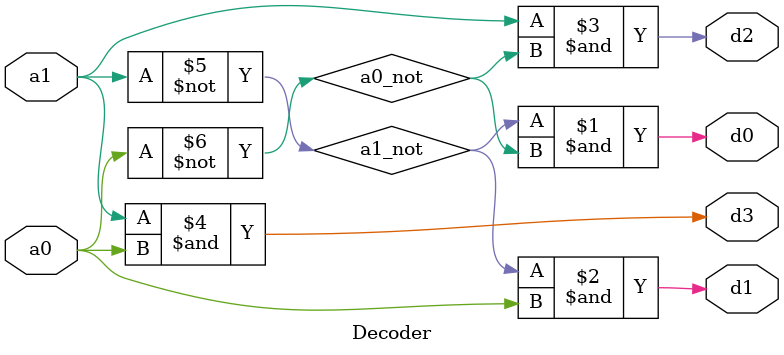
<source format=v>
`timescale 1ns / 1ps


module Decoder(a1,a0,d0,d1,d2,d3);
input a1,a0;
output d0,d1,d2,d3;
wire a1_not,a0_not;
not(a1_not,a1);
not(a0_not,a0);
and(d0,a1_not,a0_not);
and(d1,a1_not,a0);
and(d2,a1,a0_not);
and(d3,a1,a0);
endmodule

</source>
